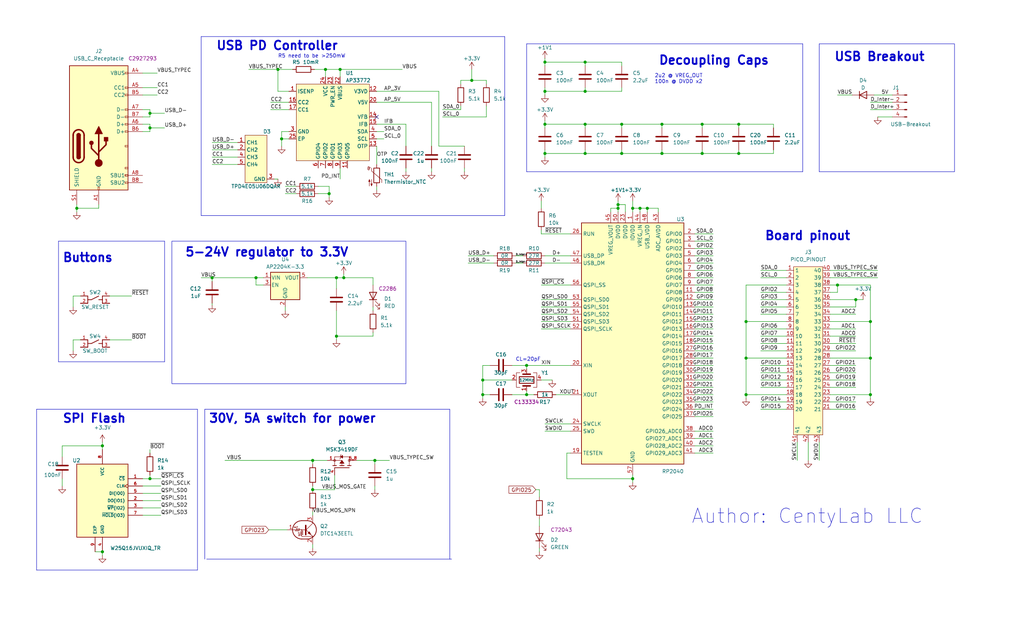
<source format=kicad_sch>
(kicad_sch (version 20230121) (generator eeschema)
  (paper "USLegal")
  (title_block (title "PicoPD") (rev "1.0") (company "CentyVin"))
  (junction (at 259.08 111.76))
  (junction (at 73.66 96.52))
  (junction (at 96.52 24.13))
  (junction (at 219.71 166.37))
  (junction (at 203.2 31.75))
  (junction (at 203.2 21.59))
  (junction (at 215.9 43.18))
  (junction (at 243.84 43.18))
  (junction (at 203.2 43.18))
  (junction (at 108.585 160.02))
  (junction (at 214.63 72.39))
  (junction (at 290.83 99.06))
  (junction (at 116.84 116.84))
  (junction (at 116.84 96.52))
  (junction (at 189.23 31.75))
  (junction (at 229.87 43.18))
  (junction (at 35.56 154.94))
  (junction (at 259.08 137.16))
  (junction (at 256.54 53.34))
  (junction (at 52.07 44.45))
  (junction (at 297.18 104.14))
  (junction (at 256.54 43.18))
  (junction (at 97.79 48.26))
  (junction (at 119.38 96.52))
  (junction (at 118.11 24.13))
  (junction (at 222.25 72.39))
  (junction (at 302.26 111.76))
  (junction (at 163.83 27.94))
  (junction (at 182.88 127))
  (junction (at 189.23 43.18))
  (junction (at 214.63 71.12))
  (junction (at 229.87 53.34))
  (junction (at 52.07 166.37))
  (junction (at 302.26 124.46))
  (junction (at 259.08 124.46))
  (junction (at 88.9 96.52))
  (junction (at 52.07 39.37))
  (junction (at 302.26 137.16))
  (junction (at 189.23 21.59))
  (junction (at 182.88 137.16))
  (junction (at 203.2 53.34))
  (junction (at 108.585 170.18))
  (junction (at 113.03 24.13))
  (junction (at 114.3 67.31))
  (junction (at 243.84 53.34))
  (junction (at 167.64 132.08))
  (junction (at 35.56 191.77))
  (junction (at 189.23 53.34))
  (junction (at 215.9 53.34))
  (junction (at 167.64 137.16))
  (junction (at 219.71 72.39))
  (junction (at 130.175 160.02))
  (junction (at 224.79 72.39))
  (junction (at 26.67 72.39))
  (no_connect (at 130.81 40.64))
  (wire (pts (xy 302.26 124.46) (xy 302.26 111.76)))
  (wire (pts (xy 259.08 124.46) (xy 273.05 124.46)))
  (wire (pts (xy 241.3 114.3) (xy 247.65 114.3)))
  (wire (pts (xy 241.3 154.94) (xy 247.65 154.94)))
  (wire (pts (xy 219.71 69.85) (xy 219.71 72.39)))
  (wire (pts (xy 198.12 157.48) (xy 196.85 157.48)))
  (polyline (pts (xy 69.85 12.7) (xy 69.85 74.93)))
  (wire (pts (xy 256.54 43.18) (xy 256.54 44.45)))
  (wire (pts (xy 182.88 137.16) (xy 185.42 137.16)))
  (wire (pts (xy 241.3 81.28) (xy 247.65 81.28)))
  (wire (pts (xy 116.205 165.1) (xy 116.205 170.18)))
  (wire (pts (xy 187.325 180.34) (xy 187.325 182.88)))
  (wire (pts (xy 167.64 137.16) (xy 167.64 138.43)))
  (polyline (pts (xy 156.845 194.31) (xy 71.755 194.31)))
  (wire (pts (xy 259.08 137.16) (xy 273.05 137.16)))
  (wire (pts (xy 189.23 53.34) (xy 189.23 54.61)))
  (wire (pts (xy 268.605 53.34) (xy 268.605 52.07)))
  (wire (pts (xy 241.3 86.36) (xy 247.65 86.36)))
  (polyline (pts (xy 175.26 12.7) (xy 175.26 74.93)))
  (wire (pts (xy 189.23 43.18) (xy 189.23 44.45)))
  (wire (pts (xy 97.79 48.26) (xy 100.33 48.26)))
  (wire (pts (xy 189.23 31.75) (xy 189.23 33.02)))
  (wire (pts (xy 25.4 102.87) (xy 25.4 106.68)))
  (wire (pts (xy 35.56 153.67) (xy 35.56 154.94)))
  (polyline (pts (xy 278.765 59.69) (xy 182.88 59.69)))
  (wire (pts (xy 116.84 116.84) (xy 116.84 107.95)))
  (wire (pts (xy 187.96 114.3) (xy 198.12 114.3)))
  (wire (pts (xy 69.85 96.52) (xy 73.66 96.52)))
  (wire (pts (xy 217.17 71.12) (xy 214.63 71.12)))
  (wire (pts (xy 187.325 190.5) (xy 187.325 191.77)))
  (wire (pts (xy 113.03 24.13) (xy 118.11 24.13)))
  (wire (pts (xy 229.87 52.07) (xy 229.87 53.34)))
  (wire (pts (xy 130.81 43.18) (xy 140.97 43.18)))
  (wire (pts (xy 93.345 184.15) (xy 99.695 184.15)))
  (wire (pts (xy 99.06 67.31) (xy 102.87 67.31)))
  (wire (pts (xy 25.4 118.11) (xy 25.4 121.92)))
  (wire (pts (xy 182.88 135.89) (xy 182.88 137.16)))
  (wire (pts (xy 187.96 106.68) (xy 198.12 106.68)))
  (wire (pts (xy 196.85 166.37) (xy 219.71 166.37)))
  (wire (pts (xy 229.87 53.34) (xy 243.84 53.34)))
  (wire (pts (xy 288.29 109.22) (xy 297.18 109.22)))
  (wire (pts (xy 108.585 189.23) (xy 108.585 190.5)))
  (wire (pts (xy 130.175 160.02) (xy 135.255 160.02)))
  (wire (pts (xy 264.16 104.14) (xy 273.05 104.14)))
  (wire (pts (xy 49.53 43.18) (xy 52.07 43.18)))
  (wire (pts (xy 52.07 44.45) (xy 57.15 44.45)))
  (wire (pts (xy 73.66 96.52) (xy 73.66 97.79)))
  (wire (pts (xy 203.2 52.07) (xy 203.2 53.34)))
  (wire (pts (xy 99.06 64.77) (xy 102.87 64.77)))
  (wire (pts (xy 38.1 118.11) (xy 45.72 118.11)))
  (wire (pts (xy 130.81 45.72) (xy 133.35 45.72)))
  (wire (pts (xy 264.16 116.84) (xy 273.05 116.84)))
  (wire (pts (xy 241.3 134.62) (xy 247.65 134.62)))
  (wire (pts (xy 214.63 72.39) (xy 214.63 73.66)))
  (wire (pts (xy 241.3 83.82) (xy 247.65 83.82)))
  (wire (pts (xy 243.84 52.07) (xy 243.84 53.34)))
  (wire (pts (xy 290.83 33.02) (xy 295.91 33.02)))
  (wire (pts (xy 49.53 179.07) (xy 55.88 179.07)))
  (wire (pts (xy 203.2 21.59) (xy 203.2 22.86)))
  (polyline (pts (xy 12.7 142.24) (xy 12.7 198.12)))
  (wire (pts (xy 168.91 36.83) (xy 168.91 40.64)))
  (wire (pts (xy 108.585 160.02) (xy 113.665 160.02)))
  (wire (pts (xy 302.26 111.76) (xy 302.26 99.06)))
  (wire (pts (xy 241.3 149.86) (xy 247.65 149.86)))
  (wire (pts (xy 93.98 35.56) (xy 100.33 35.56)))
  (wire (pts (xy 49.53 168.91) (xy 55.88 168.91)))
  (wire (pts (xy 259.08 124.46) (xy 259.08 137.16)))
  (wire (pts (xy 116.84 96.52) (xy 119.38 96.52)))
  (wire (pts (xy 256.54 43.18) (xy 268.605 43.18)))
  (wire (pts (xy 96.52 31.75) (xy 96.52 24.13)))
  (wire (pts (xy 73.66 54.61) (xy 82.55 54.61)))
  (wire (pts (xy 241.3 91.44) (xy 247.65 91.44)))
  (wire (pts (xy 163.83 24.13) (xy 163.83 27.94)))
  (polyline (pts (xy 175.26 74.93) (xy 69.85 74.93)))
  (wire (pts (xy 288.29 121.92) (xy 297.18 121.92)))
  (wire (pts (xy 167.64 132.08) (xy 167.64 137.16)))
  (wire (pts (xy 88.9 96.52) (xy 88.9 99.06)))
  (wire (pts (xy 288.29 139.7) (xy 297.18 139.7)))
  (wire (pts (xy 140.97 43.18) (xy 140.97 50.8)))
  (wire (pts (xy 52.07 39.37) (xy 52.07 40.64)))
  (wire (pts (xy 162.56 91.44) (xy 171.45 91.44)))
  (wire (pts (xy 119.38 95.25) (xy 119.38 96.52)))
  (wire (pts (xy 49.53 171.45) (xy 55.88 171.45)))
  (wire (pts (xy 189.23 20.32) (xy 189.23 21.59)))
  (wire (pts (xy 264.16 114.3) (xy 273.05 114.3)))
  (wire (pts (xy 241.3 121.92) (xy 247.65 121.92)))
  (wire (pts (xy 97.79 45.72) (xy 100.33 45.72)))
  (wire (pts (xy 222.25 72.39) (xy 222.25 73.66)))
  (polyline (pts (xy 156.21 142.24) (xy 156.21 194.31)))
  (wire (pts (xy 99.06 106.68) (xy 99.06 107.95)))
  (wire (pts (xy 212.09 72.39) (xy 214.63 72.39)))
  (wire (pts (xy 241.3 139.7) (xy 247.65 139.7)))
  (wire (pts (xy 130.175 160.02) (xy 130.175 161.29)))
  (wire (pts (xy 187.96 109.22) (xy 198.12 109.22)))
  (wire (pts (xy 303.53 33.02) (xy 309.88 33.02)))
  (wire (pts (xy 193.04 137.16) (xy 198.12 137.16)))
  (wire (pts (xy 187.96 81.28) (xy 198.12 81.28)))
  (wire (pts (xy 203.2 43.18) (xy 215.9 43.18)))
  (wire (pts (xy 149.86 35.56) (xy 149.86 50.8)))
  (wire (pts (xy 264.16 142.24) (xy 273.05 142.24)))
  (wire (pts (xy 21.59 166.37) (xy 21.59 168.91)))
  (wire (pts (xy 167.64 132.08) (xy 177.8 132.08)))
  (wire (pts (xy 153.67 38.1) (xy 160.02 38.1)))
  (wire (pts (xy 228.6 72.39) (xy 228.6 73.66)))
  (wire (pts (xy 288.29 99.06) (xy 290.83 99.06)))
  (wire (pts (xy 130.81 64.77) (xy 130.81 66.04)))
  (wire (pts (xy 93.98 38.1) (xy 100.33 38.1)))
  (wire (pts (xy 217.17 73.66) (xy 217.17 71.12)))
  (wire (pts (xy 100.33 31.75) (xy 96.52 31.75)))
  (wire (pts (xy 212.09 73.66) (xy 212.09 72.39)))
  (wire (pts (xy 241.3 109.22) (xy 247.65 109.22)))
  (wire (pts (xy 288.29 104.14) (xy 297.18 104.14)))
  (wire (pts (xy 241.3 99.06) (xy 247.65 99.06)))
  (wire (pts (xy 91.44 99.06) (xy 88.9 99.06)))
  (wire (pts (xy 288.29 127) (xy 297.18 127)))
  (wire (pts (xy 86.36 24.13) (xy 96.52 24.13)))
  (wire (pts (xy 189.23 30.48) (xy 189.23 31.75)))
  (wire (pts (xy 215.9 43.18) (xy 229.87 43.18)))
  (wire (pts (xy 229.87 43.18) (xy 243.84 43.18)))
  (wire (pts (xy 129.54 106.68) (xy 129.54 107.95)))
  (wire (pts (xy 186.055 170.18) (xy 187.325 170.18)))
  (wire (pts (xy 130.175 168.91) (xy 130.175 170.18)))
  (wire (pts (xy 21.59 158.75) (xy 21.59 154.94)))
  (wire (pts (xy 241.3 142.24) (xy 247.65 142.24)))
  (wire (pts (xy 215.9 53.34) (xy 229.87 53.34)))
  (wire (pts (xy 118.11 24.13) (xy 118.11 26.67)))
  (wire (pts (xy 110.49 64.77) (xy 114.3 64.77)))
  (wire (pts (xy 241.3 157.48) (xy 247.65 157.48)))
  (wire (pts (xy 95.25 62.23) (xy 96.52 62.23)))
  (wire (pts (xy 241.3 116.84) (xy 247.65 116.84)))
  (polyline (pts (xy 71.12 142.24) (xy 156.21 142.24)))
  (wire (pts (xy 35.56 191.77) (xy 35.56 193.04)))
  (wire (pts (xy 167.64 127) (xy 170.18 127)))
  (wire (pts (xy 196.85 157.48) (xy 196.85 166.37)))
  (wire (pts (xy 52.07 38.1) (xy 52.07 39.37)))
  (wire (pts (xy 290.83 99.06) (xy 290.83 101.6)))
  (wire (pts (xy 49.53 38.1) (xy 52.07 38.1)))
  (wire (pts (xy 38.1 102.87) (xy 45.72 102.87)))
  (wire (pts (xy 241.3 152.4) (xy 247.65 152.4)))
  (wire (pts (xy 73.66 49.53) (xy 82.55 49.53)))
  (wire (pts (xy 264.16 101.6) (xy 273.05 101.6)))
  (wire (pts (xy 264.16 119.38) (xy 273.05 119.38)))
  (wire (pts (xy 118.11 24.13) (xy 139.7 24.13)))
  (wire (pts (xy 49.53 176.53) (xy 55.88 176.53)))
  (wire (pts (xy 182.88 128.27) (xy 182.88 127)))
  (wire (pts (xy 264.16 139.7) (xy 273.05 139.7)))
  (wire (pts (xy 97.79 48.26) (xy 97.79 50.8)))
  (wire (pts (xy 264.16 129.54) (xy 273.05 129.54)))
  (wire (pts (xy 229.87 43.18) (xy 229.87 44.45)))
  (wire (pts (xy 264.16 132.08) (xy 273.05 132.08)))
  (wire (pts (xy 288.29 106.68) (xy 297.18 106.68)))
  (wire (pts (xy 129.54 96.52) (xy 129.54 99.06)))
  (wire (pts (xy 88.9 96.52) (xy 91.44 96.52)))
  (wire (pts (xy 241.3 111.76) (xy 247.65 111.76)))
  (wire (pts (xy 52.07 43.18) (xy 52.07 44.45)))
  (wire (pts (xy 49.53 40.64) (xy 52.07 40.64)))
  (wire (pts (xy 288.29 137.16) (xy 302.26 137.16)))
  (wire (pts (xy 241.3 137.16) (xy 247.65 137.16)))
  (wire (pts (xy 116.205 170.18) (xy 108.585 170.18)))
  (wire (pts (xy 49.53 45.72) (xy 52.07 45.72)))
  (wire (pts (xy 304.8 40.64) (xy 309.88 40.64)))
  (wire (pts (xy 161.29 58.42) (xy 161.29 59.69)))
  (wire (pts (xy 243.84 53.34) (xy 256.54 53.34)))
  (wire (pts (xy 215.9 52.07) (xy 215.9 53.34)))
  (wire (pts (xy 96.52 24.13) (xy 101.6 24.13)))
  (wire (pts (xy 130.81 35.56) (xy 149.86 35.56)))
  (wire (pts (xy 219.71 72.39) (xy 222.25 72.39)))
  (wire (pts (xy 241.3 88.9) (xy 247.65 88.9)))
  (wire (pts (xy 288.29 101.6) (xy 290.83 101.6)))
  (wire (pts (xy 215.9 30.48) (xy 215.9 31.75)))
  (wire (pts (xy 259.08 111.76) (xy 259.08 124.46)))
  (wire (pts (xy 280.67 153.67) (xy 280.67 160.02)))
  (wire (pts (xy 215.9 43.18) (xy 215.9 44.45)))
  (wire (pts (xy 219.71 72.39) (xy 219.71 73.66)))
  (wire (pts (xy 264.16 121.92) (xy 273.05 121.92)))
  (wire (pts (xy 268.605 43.18) (xy 268.605 44.45)))
  (wire (pts (xy 130.81 48.26) (xy 133.35 48.26)))
  (polyline (pts (xy 57.15 125.73) (xy 20.32 125.73)))
  (wire (pts (xy 163.83 27.94) (xy 168.91 27.94)))
  (wire (pts (xy 189.23 43.18) (xy 203.2 43.18)))
  (wire (pts (xy 130.81 50.8) (xy 130.81 57.15)))
  (wire (pts (xy 243.84 43.18) (xy 256.54 43.18)))
  (wire (pts (xy 297.18 104.14) (xy 297.18 106.68)))
  (wire (pts (xy 241.3 124.46) (xy 247.65 124.46)))
  (wire (pts (xy 187.96 69.85) (xy 187.96 72.39)))
  (wire (pts (xy 241.3 119.38) (xy 247.65 119.38)))
  (wire (pts (xy 152.4 50.8) (xy 161.29 50.8)))
  (wire (pts (xy 177.8 127) (xy 182.88 127)))
  (polyline (pts (xy 68.58 142.24) (xy 68.58 198.12)))
  (wire (pts (xy 73.66 52.07) (xy 82.55 52.07)))
  (wire (pts (xy 288.29 114.3) (xy 297.18 114.3)))
  (polyline (pts (xy 182.88 15.24) (xy 278.765 15.24)))
  (wire (pts (xy 177.8 137.16) (xy 182.88 137.16)))
  (wire (pts (xy 219.71 166.37) (xy 219.71 167.64)))
  (wire (pts (xy 203.2 31.75) (xy 215.9 31.75)))
  (wire (pts (xy 189.23 22.86) (xy 189.23 21.59)))
  (wire (pts (xy 256.54 53.34) (xy 268.605 53.34)))
  (wire (pts (xy 160.02 29.21) (xy 160.02 27.94)))
  (wire (pts (xy 110.49 67.31) (xy 114.3 67.31)))
  (wire (pts (xy 302.26 137.16) (xy 302.26 124.46)))
  (wire (pts (xy 35.56 154.94) (xy 35.56 156.21)))
  (wire (pts (xy 284.48 153.67) (xy 284.48 160.02)))
  (wire (pts (xy 290.83 99.06) (xy 302.26 99.06)))
  (wire (pts (xy 34.29 72.39) (xy 34.29 71.12)))
  (wire (pts (xy 49.53 173.99) (xy 55.88 173.99)))
  (wire (pts (xy 78.105 160.02) (xy 108.585 160.02)))
  (wire (pts (xy 189.23 52.07) (xy 189.23 53.34)))
  (wire (pts (xy 116.84 100.33) (xy 116.84 96.52)))
  (polyline (pts (xy 71.12 142.24) (xy 71.12 194.31)))
  (wire (pts (xy 259.08 137.16) (xy 259.08 138.43)))
  (wire (pts (xy 241.3 144.78) (xy 247.65 144.78)))
  (wire (pts (xy 182.88 127) (xy 198.12 127)))
  (wire (pts (xy 187.96 81.28) (xy 187.96 80.01)))
  (wire (pts (xy 203.2 21.59) (xy 215.9 21.59)))
  (wire (pts (xy 222.25 72.39) (xy 224.79 72.39)))
  (wire (pts (xy 214.63 71.12) (xy 214.63 72.39)))
  (wire (pts (xy 288.29 111.76) (xy 302.26 111.76)))
  (polyline (pts (xy 69.85 12.7) (xy 175.26 12.7)))
  (wire (pts (xy 288.29 129.54) (xy 297.18 129.54)))
  (wire (pts (xy 27.94 102.87) (xy 25.4 102.87)))
  (wire (pts (xy 97.79 45.72) (xy 97.79 48.26)))
  (wire (pts (xy 241.3 93.98) (xy 247.65 93.98)))
  (wire (pts (xy 241.3 106.68) (xy 247.65 106.68)))
  (wire (pts (xy 259.08 99.06) (xy 273.05 99.06)))
  (wire (pts (xy 224.79 72.39) (xy 224.79 73.66)))
  (wire (pts (xy 26.67 72.39) (xy 26.67 73.66)))
  (wire (pts (xy 118.11 58.42) (xy 118.11 62.23)))
  (wire (pts (xy 152.4 31.75) (xy 152.4 50.8)))
  (wire (pts (xy 113.03 26.67) (xy 113.03 24.13)))
  (wire (pts (xy 21.59 154.94) (xy 35.56 154.94)))
  (polyline (pts (xy 68.58 198.12) (xy 12.7 198.12)))
  (wire (pts (xy 241.3 104.14) (xy 247.65 104.14)))
  (wire (pts (xy 189.23 53.34) (xy 203.2 53.34)))
  (wire (pts (xy 168.91 27.94) (xy 168.91 29.21)))
  (wire (pts (xy 189.23 91.44) (xy 198.12 91.44)))
  (polyline (pts (xy 57.15 83.82) (xy 57.15 125.73)))
  (wire (pts (xy 241.3 101.6) (xy 247.65 101.6)))
  (wire (pts (xy 123.825 160.02) (xy 130.175 160.02)))
  (wire (pts (xy 129.54 115.57) (xy 129.54 116.84)))
  (wire (pts (xy 187.96 132.08) (xy 191.77 132.08)))
  (wire (pts (xy 140.97 58.42) (xy 140.97 59.69)))
  (wire (pts (xy 203.2 30.48) (xy 203.2 31.75)))
  (wire (pts (xy 49.53 33.02) (xy 54.61 33.02)))
  (wire (pts (xy 189.23 21.59) (xy 203.2 21.59)))
  (wire (pts (xy 288.29 93.98) (xy 304.8 93.98)))
  (wire (pts (xy 264.16 106.68) (xy 273.05 106.68)))
  (wire (pts (xy 302.26 138.43) (xy 302.26 137.16)))
  (wire (pts (xy 302.26 35.56) (xy 309.88 35.56)))
  (wire (pts (xy 162.56 88.9) (xy 171.45 88.9)))
  (wire (pts (xy 33.02 191.77) (xy 35.56 191.77)))
  (wire (pts (xy 243.84 43.18) (xy 243.84 44.45)))
  (polyline (pts (xy 278.765 15.24) (xy 278.765 59.69)))
  (wire (pts (xy 241.3 96.52) (xy 247.65 96.52)))
  (wire (pts (xy 49.53 30.48) (xy 54.61 30.48)))
  (wire (pts (xy 189.23 41.91) (xy 189.23 43.18)))
  (wire (pts (xy 179.07 88.9) (xy 181.61 88.9)))
  (wire (pts (xy 130.81 31.75) (xy 152.4 31.75)))
  (wire (pts (xy 108.585 177.8) (xy 108.585 179.07)))
  (wire (pts (xy 52.07 157.48) (xy 52.07 156.21)))
  (wire (pts (xy 189.23 147.32) (xy 198.12 147.32)))
  (wire (pts (xy 259.08 111.76) (xy 273.05 111.76)))
  (wire (pts (xy 219.71 165.1) (xy 219.71 166.37)))
  (wire (pts (xy 167.64 137.16) (xy 170.18 137.16)))
  (wire (pts (xy 288.29 132.08) (xy 297.18 132.08)))
  (wire (pts (xy 264.16 127) (xy 273.05 127)))
  (wire (pts (xy 302.26 38.1) (xy 309.88 38.1)))
  (wire (pts (xy 49.53 166.37) (xy 52.07 166.37)))
  (wire (pts (xy 187.96 111.76) (xy 198.12 111.76)))
  (wire (pts (xy 106.68 96.52) (xy 116.84 96.52)))
  (wire (pts (xy 52.07 44.45) (xy 52.07 45.72)))
  (wire (pts (xy 52.07 165.1) (xy 52.07 166.37)))
  (wire (pts (xy 73.66 57.15) (xy 82.55 57.15)))
  (wire (pts (xy 241.3 129.54) (xy 247.65 129.54)))
  (wire (pts (xy 288.29 134.62) (xy 297.18 134.62)))
  (wire (pts (xy 116.84 116.84) (xy 116.84 118.11)))
  (wire (pts (xy 187.96 99.06) (xy 198.12 99.06)))
  (wire (pts (xy 153.67 40.64) (xy 168.91 40.64)))
  (wire (pts (xy 26.67 72.39) (xy 34.29 72.39)))
  (polyline (pts (xy 182.88 15.24) (xy 182.88 59.69)))
  (wire (pts (xy 116.84 116.84) (xy 129.54 116.84)))
  (wire (pts (xy 179.07 91.44) (xy 181.61 91.44)))
  (wire (pts (xy 189.23 88.9) (xy 198.12 88.9)))
  (wire (pts (xy 167.64 132.08) (xy 167.64 127)))
  (wire (pts (xy 189.23 149.86) (xy 198.12 149.86)))
  (wire (pts (xy 27.94 118.11) (xy 25.4 118.11)))
  (wire (pts (xy 241.3 132.08) (xy 247.65 132.08)))
  (wire (pts (xy 73.66 105.41) (xy 73.66 106.045)))
  (wire (pts (xy 189.23 31.75) (xy 203.2 31.75)))
  (wire (pts (xy 49.53 25.4) (xy 54.61 25.4)))
  (wire (pts (xy 109.22 24.13) (xy 113.03 24.13)))
  (wire (pts (xy 264.16 93.98) (xy 273.05 93.98)))
  (wire (pts (xy 187.96 104.14) (xy 198.12 104.14)))
  (wire (pts (xy 288.29 96.52) (xy 304.8 96.52)))
  (wire (pts (xy 297.18 104.14) (xy 299.72 104.14)))
  (wire (pts (xy 241.3 127) (xy 247.65 127)))
  (wire (pts (xy 26.67 71.12) (xy 26.67 72.39)))
  (wire (pts (xy 203.2 43.18) (xy 203.2 44.45)))
  (wire (pts (xy 214.63 69.85) (xy 214.63 71.12)))
  (wire (pts (xy 149.86 58.42) (xy 149.86 59.69)))
  (wire (pts (xy 264.16 109.22) (xy 273.05 109.22)))
  (wire (pts (xy 215.9 21.59) (xy 215.9 22.86)))
  (wire (pts (xy 160.02 38.1) (xy 160.02 36.83)))
  (polyline (pts (xy 12.7 142.24) (xy 68.58 142.24)))
  (wire (pts (xy 288.29 142.24) (xy 297.18 142.24)))
  (wire (pts (xy 114.3 67.31) (xy 114.3 68.58)))
  (wire (pts (xy 108.585 168.91) (xy 108.585 170.18)))
  (wire (pts (xy 288.29 116.84) (xy 297.18 116.84)))
  (wire (pts (xy 119.38 96.52) (xy 129.54 96.52)))
  (wire (pts (xy 114.3 64.77) (xy 114.3 67.31)))
  (polyline (pts (xy 20.32 83.82) (xy 57.15 83.82)))
  (wire (pts (xy 52.07 166.37) (xy 55.88 166.37)))
  (wire (pts (xy 108.585 161.29) (xy 108.585 160.02)))
  (wire (pts (xy 259.08 99.06) (xy 259.08 111.76)))
  (wire (pts (xy 276.86 153.67) (xy 276.86 160.02)))
  (wire (pts (xy 264.16 96.52) (xy 273.05 96.52)))
  (wire (pts (xy 264.16 134.62) (xy 273.05 134.62)))
  (wire (pts (xy 203.2 53.34) (xy 215.9 53.34)))
  (wire (pts (xy 187.325 170.18) (xy 187.325 172.72)))
  (wire (pts (xy 288.29 124.46) (xy 302.26 124.46)))
  (wire (pts (xy 73.66 96.52) (xy 88.9 96.52)))
  (polyline (pts (xy 20.32 83.82) (xy 20.32 125.73)))
  (wire (pts (xy 256.54 52.07) (xy 256.54 53.34)))
  (wire (pts (xy 52.07 39.37) (xy 57.15 39.37)))
  (wire (pts (xy 288.29 119.38) (xy 297.18 119.38)))
  (wire (pts (xy 160.02 27.94) (xy 163.83 27.94)))
  (wire (pts (xy 224.79 72.39) (xy 228.6 72.39)))
  (rectangle (start 284.48 15.24) (end 331.47 59.69))
  (rectangle (start 59.69 83.82) (end 140.97 133.35))
  (text "USB PD Controller\n" (at 74.93 17.78 0) (effects (font (size 3 3) (thickness 0.6) bold) (justify left bottom)))
  (text "2u2 @ VREG_OUT\n100n @ DVDD x2" (at 227.33 29.21 0) (effects (font (size 1.27 1.27)) (justify left bottom)))
  (text "30V, 5A switch for power" (at 72.39 147.32 0) (effects (font (size 3 3) (thickness 0.6) bold) (justify left bottom)))
  (text "USB Breakout" (at 289.56 21.59 0) (effects (font (size 3 3) (thickness 0.6) bold) (justify left bottom)))
  (text "CL=20pF\n" (at 179.07 125.73 0) (effects (font (size 1.27 1.27)) (justify left bottom)))
  (text "Author: CentyLab LLC\n\n" (at 240.03 190.5 0) (effects (font (size 5 5)) (justify left bottom)))
  (text "Buttons\n" (at 21.59 91.44 0) (effects (font (size 3 3) (thickness 0.6) bold) (justify left bottom)))
  (text "Decoupling Caps" (at 228.6 22.86 0) (effects (font (size 3 3) (thickness 0.6) bold) (justify left bottom)))
  (text "5-24V regulator to 3.3V" (at 64.135 89.535 0) (effects (font (size 3 3) (thickness 0.6) bold) (justify left bottom)))
  (text "SPI Flash\n" (at 21.59 147.32 0) (effects (font (size 3 3) (thickness 0.6) bold) (justify left bottom)))
  (text "Board pinout" (at 265.43 83.82 0) (effects (font (size 3 3) (thickness 0.6) bold) (justify left bottom)))
  (text "R5 need to be >250mW" (at 96.52 20.32 0) (effects (font (size 1.27 1.27)) (justify left bottom)))
  (label "USB_D+" (at 73.66 52.07 0))
  (label "CC2" (at 73.66 57.15 0))
  (label "GPIO20" (at 297.18 129.54 180))
  (label "GPIO23" (at 247.65 139.7 180))
  (label "SCL_0" (at 153.67 40.64 0))
  (label "SDA_0" (at 247.65 81.28 180))
  (label "GPIO6" (at 264.16 114.3 0))
  (label "VBUS" (at 78.74 160.02 0))
  (label "VBUS_MOS_GATE" (at 111.76 170.18 0))
  (label "QSPI_SD1" (at 187.96 106.68 0))
  (label "GPIO21" (at 247.65 134.62 180))
  (label "GPIO9" (at 247.65 104.14 180))
  (label "USB_D-" (at 73.66 49.53 0))
  (label "ADC3" (at 247.65 157.48 180))
  (label "OTP" (at 130.81 54.61 0))
  (label "GPIO12" (at 247.65 111.76 180))
  (label "GPIO13" (at 264.16 134.62 0))
  (label "QSPI_SD2" (at 55.88 176.53 0))
  (label "GPIO11" (at 264.16 129.54 0))
  (label "SWDIO" (at 189.23 149.86 0))
  (label "D_Inter-" (at 302.26 35.56 0))
  (label "GPIO17" (at 247.65 124.46 180))
  (label "GPIO8" (at 247.65 101.6 180))
  (label "PD_INT" (at 247.65 142.24 180))
  (label "QSPI_SCLK" (at 187.96 114.3 0))
  (label "CC1" (at 54.61 30.48 0))
  (label "SWCLK" (at 189.23 147.32 0))
  (label "ADC2" (at 297.18 109.22 180))
  (label "D_Inter+" (at 302.26 38.1 0))
  (label "~{QSPI_CS}" (at 187.96 99.06 0))
  (label "~{BOOT}" (at 45.72 118.11 0))
  (label "D_Inter-" (at 179.07 91.44 0) (effects (font (size 0.6 0.6))))
  (label "D-" (at 191.77 91.44 0))
  (label "GPIO4" (at 247.65 91.44 180))
  (label "VBUS_TYPEC_SW" (at 304.8 93.98 180))
  (label "GPIO13" (at 247.65 114.3 180))
  (label "GPIO4" (at 264.16 106.68 0))
  (label "GPIO22" (at 297.18 121.92 180))
  (label "GPIO14" (at 264.16 139.7 0))
  (label "GPIO18" (at 297.18 134.62 180))
  (label "SCL_0" (at 247.65 83.82 180))
  (label "D_Inter+" (at 179.07 88.9 0) (effects (font (size 0.6 0.6))))
  (label "VBUS_TYPEC_SW" (at 135.255 160.02 0))
  (label "GPIO16" (at 297.18 142.24 180))
  (label "GPIO7" (at 247.65 99.06 180))
  (label "GPIO21" (at 297.18 127 180))
  (label "SCL_0" (at 133.35 48.26 0))
  (label "GPIO11" (at 247.65 109.22 180))
  (label "GPIO8" (at 264.16 119.38 0))
  (label "~{BOOT}" (at 52.07 156.21 0))
  (label "GPIO15" (at 247.65 119.38 180))
  (label "GPIO3" (at 247.65 88.9 180))
  (label "VBUS" (at 290.83 33.02 0))
  (label "QSPI_SCLK" (at 55.88 168.91 0))
  (label "ADC1" (at 297.18 114.3 180))
  (label "GPIO2" (at 264.16 101.6 0))
  (label "CC1" (at 93.98 38.1 0))
  (label "VBUS" (at 69.85 96.52 0))
  (label "VBUS_TYPEC_SW" (at 304.8 96.52 180))
  (label "QSPI_SD3" (at 187.96 111.76 0))
  (label "GPIO25" (at 247.65 144.78 180))
  (label "QSPI_SD3" (at 55.88 179.07 0))
  (label "SCL_0" (at 264.16 96.52 0))
  (label "USB_D-" (at 57.15 39.37 0))
  (label "GPIO12" (at 264.16 132.08 0))
  (label "GPIO7" (at 264.16 116.84 0))
  (label "GPIO19" (at 297.18 132.08 180))
  (label "VBUS_TYPEC" (at 86.36 24.13 0))
  (label "GPIO17" (at 297.18 139.7 180))
  (label "GPIO16" (at 247.65 121.92 180))
  (label "AP_3V" (at 133.35 31.75 0))
  (label "XOUT" (at 194.31 137.16 0))
  (label "CC1" (at 99.06 64.77 0))
  (label "GPIO18" (at 247.65 127 180))
  (label "GPIO3" (at 264.16 104.14 0))
  (label "SWDIO" (at 284.48 160.02 90))
  (label "GPIO9" (at 264.16 121.92 0))
  (label "ADC2" (at 247.65 154.94 180))
  (label "GPIO10" (at 247.65 106.68 180))
  (label "SWCLK" (at 276.86 160.02 90))
  (label "GPIO5" (at 264.16 109.22 0))
  (label "ADC1" (at 247.65 152.4 180))
  (label "SDA_0" (at 133.35 45.72 0))
  (label "PD_INT" (at 118.11 62.23 180))
  (label "5V" (at 306.07 33.02 0))
  (label "GPIO10" (at 264.16 127 0))
  (label "QSPI_SD2" (at 187.96 109.22 0))
  (label "QSPI_SD0" (at 187.96 104.14 0))
  (label "GPIO2" (at 247.65 86.36 180))
  (label "GPIO20" (at 247.65 132.08 180))
  (label "GPIO19" (at 247.65 129.54 180))
  (label "AP_5V" (at 133.35 35.56 0))
  (label "~{RESET}" (at 297.18 119.38 180))
  (label "USB_D-" (at 162.56 91.44 0))
  (label "IFB" (at 133.35 43.18 0))
  (label "CC2" (at 93.98 35.56 0))
  (label "QSPI_SD0" (at 55.88 171.45 0))
  (label "D+" (at 191.77 88.9 0))
  (label "VBUS_TYPEC" (at 54.61 25.4 0))
  (label "ADC0" (at 247.65 149.86 180))
  (label "CC1" (at 73.66 54.61 0))
  (label "~{QSPI_CS}" (at 55.88 166.37 0))
  (label "ADC0" (at 297.18 116.84 180))
  (label "QSPI_SD1" (at 55.88 173.99 0))
  (label "GPIO15" (at 264.16 142.24 0))
  (label "GPIO6" (at 247.65 96.52 180))
  (label "~{RESET}" (at 189.23 81.28 0))
  (label "~{RESET}" (at 45.72 102.87 0))
  (label "GPIO5" (at 247.65 93.98 180))
  (label "SDA_0" (at 153.67 38.1 0))
  (label "CC2" (at 99.06 67.31 0))
  (label "USB_D+" (at 57.15 44.45 0))
  (label "SDA_0" (at 264.16 93.98 0))
  (label "USB_D+" (at 162.56 88.9 0))
  (label "XIN" (at 187.96 127 0))
  (label "CC2" (at 54.61 33.02 0))
  (label "VBUS_MOS_NPN" (at 108.585 178.435 0))
  (label "VBUS" (at 139.7 24.13 0))
  (label "GPIO22" (at 247.65 137.16 180))
  (label "GPIO14" (at 247.65 116.84 180))
  (global_label "GPIO23" (shape input) (at 93.345 184.15 180) (property "Intersheetrefs" "${INTERSHEET_REFS}" (effects hide)))
  (global_label "GPIO25" (shape input) (at 186.055 170.18 180) (property "Intersheetrefs" "${INTERSHEET_REFS}" (effects hide)))
  (symbol (lib_id "power:GND") (at 116.84 118.11 0) (unit 1)
    (property "Reference" "#PWR0107" (effects hide))
    (property "Value" "GND" (effects hide))
  )
  (symbol (lib_id "power:GND") (at 35.56 193.04 0) (unit 1)
    (property "Reference" "#PWR011" (effects hide))
    (property "Value" "GND" (effects hide))
  )
  (symbol (lib_id "Device:D") (at 299.72 33.02 0) (unit 1)
    (property "Reference" "D4" (at 299.72 27.94 0))
    (property "Value" "D" (at 299.72 30.48 0))
    (property "Footprint" "Diode_SMD:D_SOD-123" (effects hide))
    (property "Sim.Device" "D" (effects hide))
    (property "Sim.Pins" "1=K 2=A" (effects hide))
    (property "LCSC" "C8598" (effects hide))
  )
  (symbol (lib_id "Device:C") (at 189.23 48.26 0) (unit 1)
    (property "Reference" "C6" (at 193.04 46.9899 0) (effects (justify left)))
    (property "Value" "100nF" (at 193.04 49.5299 0) (effects (justify left)))
    (property "Footprint" "Capacitor_SMD:C_0402_1005Metric" (effects hide))
    (property "LCSC" "C1525" (effects hide))
  )
  (symbol (lib_id "power:GND") (at 219.71 167.64 0) (unit 1)
    (property "Reference" "#PWR0116" (effects hide))
    (property "Value" "GND" (effects hide))
  )
  (symbol (lib_id "power:GND") (at 280.67 160.02 0) (unit 1)
    (property "Reference" "#PWR0117" (effects hide))
    (property "Value" "GND" (effects hide))
  )
  (symbol (lib_id "Connector:USB_C_Receptacle") (at 34.29 50.8 0) (unit 1)
    (property "Reference" "J2" (at 34.29 17.78 0))
    (property "Value" "USB_C_Receptacle" (at 34.29 20.32 0))
    (property "Footprint" "USB_C_YTC-TC16S-28:YTC-TC16S-28" (effects hide))
    (property "Datasheet" "https://www.usb.org/sites/default/files/documents/usb_type-c.zip" (effects hide))
    (property "LCSC" "C2927293" (at 49.53 20.32 0))
  )
  (symbol (lib_id "Device:C") (at 149.86 54.61 0) (mirror y) (unit 1)
    (property "Reference" "C22" (at 147.32 53.34 0) (effects (justify left)))
    (property "Value" "1u" (at 147.32 55.88 0) (effects (justify left)))
    (property "Footprint" "Capacitor_SMD:C_0603_1608Metric" (effects hide))
    (property "LCSC" "C15849" (effects hide))
  )
  (symbol (lib_id "power:GND") (at 167.64 138.43 0) (unit 1)
    (property "Reference" "#PWR0124" (effects hide))
    (property "Value" "GND" (effects hide))
  )
  (symbol (lib_id "Device:LED") (at 187.325 186.69 90) (unit 1)
    (property "Reference" "D2" (at 191.135 187.6425 90) (effects (justify right)))
    (property "Value" "GREEN" (at 191.135 190.1825 90) (effects (justify right)))
    (property "Footprint" "LED_SMD:LED_0603_1608Metric" (effects hide))
    (property "LCSC" "C72043" (at 194.945 184.15 90))
  )
  (symbol (lib_id "power:GND") (at 189.23 33.02 0) (unit 1)
    (property "Reference" "#PWR0129" (effects hide))
    (property "Value" "GND" (effects hide))
  )
  (symbol (lib_id "Device:Thermistor_NTC") (at 130.81 60.96 0) (unit 1)
    (property "Reference" "TH1" (at 133.35 60.6425 0) (effects (justify left)))
    (property "Value" "Thermistor_NTC" (at 133.35 63.1825 0) (effects (justify left)))
    (property "Footprint" "Resistor_SMD:R_0402_1005Metric" (effects hide))
    (property "LCSC" "C77131" (effects hide))
  )
  (symbol (lib_id "Device:R") (at 105.41 24.13 90) (unit 1)
    (property "Reference" "R5" (at 102.87 21.59 90))
    (property "Value" "10mR" (at 107.95 21.59 90))
    (property "Footprint" "Resistor_SMD:R_0805_2012Metric" (effects hide))
    (property "LCSC" "C728271" (effects hide))
  )
  (symbol (lib_id "Device:C") (at 203.2 48.26 0) (unit 1)
    (property "Reference" "C7" (at 207.01 46.9899 0) (effects (justify left)))
    (property "Value" "100nF" (at 207.01 49.5299 0) (effects (justify left)))
    (property "Footprint" "Capacitor_SMD:C_0402_1005Metric" (effects hide))
    (property "LCSC" "C1525" (effects hide))
  )
  (symbol (lib_id "power:GND") (at 97.79 50.8 0) (unit 1)
    (property "Reference" "#PWR08" (effects hide))
    (property "Value" "GND" (effects hide))
  )
  (symbol (lib_id "Device:R") (at 52.07 161.29 0) (unit 1)
    (property "Reference" "R14" (at 54.61 160.0199 0) (effects (justify left)))
    (property "Value" "1k" (at 54.61 162.5599 0) (effects (justify left)))
    (property "Footprint" "Resistor_SMD:R_0402_1005Metric" (effects hide))
    (property "LCSC" "C11702" (effects hide))
  )
  (symbol (lib_id "Device:C") (at 229.87 48.26 0) (unit 1)
    (property "Reference" "C9" (at 233.68 46.9899 0) (effects (justify left)))
    (property "Value" "100nF" (at 233.68 49.5299 0) (effects (justify left)))
    (property "Footprint" "Capacitor_SMD:C_0402_1005Metric" (effects hide))
    (property "LCSC" "C1525" (effects hide))
  )
  (symbol (lib_id "Device:C") (at 268.605 48.26 0) (unit 1)
    (property "Reference" "C11" (at 272.415 46.9899 0) (effects (justify left)))
    (property "Value" "2.2uF" (at 272.415 49.5299 0) (effects (justify left)))
    (property "Footprint" "Capacitor_SMD:C_0402_1005Metric" (effects hide))
    (property "LCSC" "C12530" (effects hide))
  )
  (symbol (lib_id "Device:C") (at 243.84 48.26 0) (unit 1)
    (property "Reference" "C10" (at 247.65 46.9899 0) (effects (justify left)))
    (property "Value" "100nF" (at 247.65 49.5299 0) (effects (justify left)))
    (property "Footprint" "Capacitor_SMD:C_0402_1005Metric" (effects hide))
    (property "LCSC" "C1525" (effects hide))
  )
  (symbol (lib_id "power:GND") (at 114.3 68.58 0) (unit 1)
    (property "Reference" "#PWR010" (effects hide))
    (property "Value" "GND" (effects hide))
  )
  (symbol (lib_id "AON7403:AON7403") (at 118.745 162.56 90) (unit 1)
    (property "Reference" "Q3" (at 118.745 153.67 90))
    (property "Value" "MSK3419DF" (at 118.745 156.21 90))
    (property "Footprint" "AON7403:TRANS_AON7403" (effects hide))
    (property "PARTREV" "G" (effects hide))
    (property "STANDARD" "Manufacturer Recommendations" (effects hide))
    (property "MAXIMUM_PACKAGE_HEIGHT" "0.9 mm" (effects hide))
    (property "LCSC" "C2902915" (effects hide))
    (property "JLCPCB Rotation Offset" "-90" (effects hide))
  )
  (symbol (lib_id "power:+3.3V") (at 163.83 24.13 0) (unit 1)
    (property "Reference" "#PWR0108" (effects hide))
    (property "Value" "+3.3V" (at 163.83 20.32 0))
  )
  (symbol (lib_id "power:GND") (at 130.81 66.04 0) (unit 1)
    (property "Reference" "#PWR09" (effects hide))
    (property "Value" "GND" (effects hide))
  )
  (symbol (lib_id "Device:C") (at 189.23 26.67 0) (unit 1)
    (property "Reference" "C3" (at 193.04 25.3999 0) (effects (justify left)))
    (property "Value" "100nF" (at 193.04 27.9399 0) (effects (justify left)))
    (property "Footprint" "Capacitor_SMD:C_0402_1005Metric" (effects hide))
    (property "LCSC" "C1525" (effects hide))
  )
  (symbol (lib_id "power:+1V1") (at 189.23 20.32 0) (unit 1)
    (property "Reference" "#PWR0121" (effects hide))
    (property "Value" "+1V1" (at 189.23 16.51 0))
  )
  (symbol (lib_id "Device:R") (at 185.42 88.9 90) (unit 1)
    (property "Reference" "R10" (at 185.42 86.36 90))
    (property "Value" "27R" (at 185.42 88.9 90))
    (property "Footprint" "Resistor_SMD:R_0402_1005Metric" (effects hide))
    (property "LCSC" "C138021" (effects hide))
  )
  (symbol (lib_id "Device:C") (at 140.97 54.61 0) (mirror y) (unit 1)
    (property "Reference" "C2" (at 138.43 53.34 0) (effects (justify left)))
    (property "Value" "100nF" (at 138.43 55.88 0) (effects (justify left)))
    (property "Footprint" "Capacitor_SMD:C_0402_1005Metric" (effects hide))
    (property "LCSC" "C1525" (effects hide))
  )
  (symbol (lib_id "Device:R") (at 129.54 111.76 0) (unit 1)
    (property "Reference" "R1" (at 132.08 110.4899 0) (effects (justify left)))
    (property "Value" "5.1k" (at 132.08 113.0299 0) (effects (justify left)))
    (property "Footprint" "Resistor_SMD:R_0402_1005Metric" (effects hide))
    (property "LCSC" "C25905" (effects hide))
  )
  (symbol (lib_id "Device:R") (at 175.26 88.9 90) (unit 1)
    (property "Reference" "R18" (at 175.26 86.36 90))
    (property "Value" "0R" (at 175.26 88.9 90))
    (property "Footprint" "Resistor_SMD:R_0402_1005Metric" (effects hide))
    (property "LCSC" "C17168" (effects hide))
  )
  (symbol (lib_id "power:+3.3V") (at 219.71 69.85 0) (unit 1)
    (property "Reference" "#PWR0127" (effects hide))
    (property "Value" "+3.3V" (at 219.71 66.04 0))
  )
  (symbol (lib_id "Device:R") (at 108.585 173.99 0) (unit 1)
    (property "Reference" "R13" (at 111.125 172.7199 0) (effects (justify left)))
    (property "Value" "1k" (at 111.125 175.2599 0) (effects (justify left)))
    (property "Footprint" "Resistor_SMD:R_0402_1005Metric" (effects hide))
    (property "LCSC" "C11702" (effects hide))
  )
  (symbol (lib_id "Device:R") (at 175.26 91.44 90) (unit 1)
    (property "Reference" "R19" (at 175.26 93.98 90))
    (property "Value" "0R" (at 175.26 91.44 90))
    (property "Footprint" "Resistor_SMD:R_0402_1005Metric" (effects hide))
    (property "LCSC" "C17168" (effects hide))
  )
  (symbol (lib_id "power:+3.3V") (at 189.23 41.91 0) (unit 1)
    (property "Reference" "#PWR0122" (effects hide))
    (property "Value" "+3.3V" (at 189.23 38.1 0))
  )
  (symbol (lib_id "Device:C") (at 173.99 127 270) (unit 1)
    (property "Reference" "C16" (at 173.99 123.19 90))
    (property "Value" "30pF" (at 173.99 129.54 90))
    (property "Footprint" "Capacitor_SMD:C_0402_1005Metric" (effects hide))
    (property "LCSC" "C1570" (effects hide))
  )
  (symbol (lib_id "Device:C") (at 21.59 162.56 0) (unit 1)
    (property "Reference" "C18" (at 16.51 161.29 0) (effects (justify left)))
    (property "Value" "100nF" (at 15.24 165.1 0) (effects (justify left)))
    (property "Footprint" "Capacitor_SMD:C_0402_1005Metric" (effects hide))
    (property "LCSC" "C1525" (effects hide))
  )
  (symbol (lib_id "Transistor_BJT:DTC143E") (at 106.045 184.15 0) (unit 1)
    (property "Reference" "Q2" (at 111.125 182.8799 0) (effects (justify left)))
    (property "Value" "DTC143EETL" (at 111.125 185.4199 0) (effects (justify left)))
    (property "Footprint" "Package_TO_SOT_SMD:SOT-416" (effects hide))
    (property "Datasheet" "https://jlcpcb.com/parts/componentSearch?searchTxt=DTC143EE" (effects hide))
    (property "LCSC" "C2991940" (effects hide))
    (property "JLCPCB Rotation Offset" "180" (effects hide))
  )
  (symbol (lib_id "power:+3.3V") (at 187.96 69.85 0) (unit 1)
    (property "Reference" "#PWR0128" (effects hide))
    (property "Value" "+3.3V" (at 187.96 66.04 0))
  )
  (symbol (lib_id "Button LCSC:PTS810_SJM_250_SMTR_LFS") (at 33.02 118.11 0) (unit 1)
    (property "Reference" "SW4" (at 33.02 116.84 0))
    (property "Value" "SW_BOOT" (at 33.02 121.92 0))
    (property "Footprint" "Button LCSC:SW_PTS810_SJM_250_SMTR_LFS" (effects hide))
    (property "MF" "C&K" (effects hide))
    (property "Description" "\nTactile Switch SPST-NO Top Actuated Surface Mount\n" (effects hide))
    (property "Package" "None" (effects hide))
    (property "Price" "None" (effects hide))
    (property "Check_prices" "https://www.snapeda.com/parts/PTS810%20SJM%20250%20SMTR%20LFS/C%2526K/view-part/?ref=eda" (effects hide))
    (property "STANDARD" "Manufacturer Recommendations" (effects hide))
    (property "SnapEDA_Link" "https://www.snapeda.com/parts/PTS810%20SJM%20250%20SMTR%20LFS/C%2526K/view-part/?ref=snap" (effects hide))
    (property "MP" "PTS810 SJM 250 SMTR LFS" (effects hide))
    (property "Purchase-URL" "https://pricing.snapeda.com/search?q=PTS810 SJM 250 SMTR LFS&ref=eda" (effects hide))
    (property "Availability" "In Stock" (effects hide))
    (property "MANUFACTURER" "CnK" (effects hide))
    (property "LCSC" "C221896" (effects hide))
  )
  (symbol (lib_id "Device:C") (at 73.66 101.6 0) (mirror x) (unit 1)
    (property "Reference" "C12" (at 69.85 100.3299 0) (effects (justify right)))
    (property "Value" "1uF" (at 69.85 102.8699 0) (effects (justify right)))
    (property "Footprint" "Capacitor_SMD:C_0603_1608Metric" (effects hide))
    (property "LCSC" "C15849" (effects hide))
    (property "Voltage" "50V" (effects hide))
  )
  (symbol (lib_id "power:GND") (at 96.52 62.23 0) (unit 1)
    (property "Reference" "#PWR0114" (effects hide))
    (property "Value" "GND" (effects hide))
  )
  (symbol (lib_id "power:GND") (at 302.26 138.43 0) (unit 1)
    (property "Reference" "#PWR0119" (effects hide))
    (property "Value" "GND" (effects hide))
  )
  (symbol (lib_id "Device:C") (at 203.2 26.67 0) (unit 1)
    (property "Reference" "C4" (at 207.01 25.3999 0) (effects (justify left)))
    (property "Value" "100nF" (at 207.01 27.9399 0) (effects (justify left)))
    (property "Footprint" "Capacitor_SMD:C_0402_1005Metric" (effects hide))
    (property "LCSC" "C1525" (effects hide))
  )
  (symbol (lib_id "Device:R") (at 189.23 137.16 90) (unit 1)
    (property "Reference" "R17" (at 189.23 139.7 90))
    (property "Value" "1k" (at 189.23 137.16 90))
    (property "Footprint" "Resistor_SMD:R_0402_1005Metric" (effects hide))
    (property "LCSC" "C11702" (effects hide))
  )
  (symbol (lib_id "power:+3.3V") (at 119.38 95.25 0) (unit 1)
    (property "Reference" "#PWR0109" (effects hide))
    (property "Value" "+3.3V" (at 119.38 91.44 0))
  )
  (symbol (lib_id "power:+3.3V") (at 299.72 104.14 0) (unit 1)
    (property "Reference" "#PWR0120" (effects hide))
    (property "Value" "+3.3V" (at 299.72 100.33 0))
  )
  (symbol (lib_id "Device:C") (at 161.29 54.61 0) (mirror y) (unit 1)
    (property "Reference" "C21" (at 158.75 53.34 0) (effects (justify left)))
    (property "Value" "100nF" (at 158.75 55.88 0) (effects (justify left)))
    (property "Footprint" "Capacitor_SMD:C_0402_1005Metric" (effects hide))
    (property "LCSC" "C1525" (effects hide))
  )
  (symbol (lib_id "power:GND") (at 187.325 191.77 0) (unit 1)
    (property "Reference" "#PWR01" (effects hide))
    (property "Value" "GND" (effects hide))
  )
  (symbol (lib_id "Device:C") (at 256.54 48.26 0) (unit 1)
    (property "Reference" "C20" (at 260.35 46.9899 0) (effects (justify left)))
    (property "Value" "100nF" (at 260.35 49.5299 0) (effects (justify left)))
    (property "Footprint" "Capacitor_SMD:C_0402_1005Metric" (effects hide))
    (property "LCSC" "C1525" (effects hide))
  )
  (symbol (lib_id "Device:R") (at 106.68 67.31 90) (unit 1)
    (property "Reference" "R16" (at 106.68 69.85 90))
    (property "Value" "5.1k" (at 106.68 67.31 90))
    (property "Footprint" "Resistor_SMD:R_0402_1005Metric" (effects hide))
    (property "LCSC" "C25905" (effects hide))
  )
  (symbol (lib_id "power:+1V1") (at 214.63 69.85 0) (unit 1)
    (property "Reference" "#PWR0126" (effects hide))
    (property "Value" "+1V1" (at 214.63 66.04 0))
  )
  (symbol (lib_id "Connector:Conn_01x04_Pin") (at 314.96 35.56 0) (mirror y) (unit 1) (in_bom no)
    (property "Reference" "J1" (at 311.15 30.48 0))
    (property "Value" "USB-Breakout" (at 316.23 43.18 0))
    (property "Footprint" "Bao_CustomFootPrint:1x4_2.54mmHorizontalSMD" (effects hide))
  )
  (symbol (lib_id "Device:LED") (at 129.54 102.87 90) (unit 1)
    (property "Reference" "D1" (at 133.35 103.8225 90) (effects (justify right)))
    (property "Value" "RED" (at 133.35 106.3625 90) (effects (justify right)))
    (property "Footprint" "LED_SMD:LED_0603_1608Metric" (effects hide))
    (property "LCSC" "C2286" (at 134.62 100.33 90))
  )
  (symbol (lib_name "IP4292CZ10_1") (lib_id "Bao_Local:IP4292CZ10") (at 88.9 54.61 0) (unit 1)
    (property "Reference" "D3" (at 92.71 45.72 0))
    (property "Value" "TPD4E05U06DQAR" (at 88.9 64.77 0))
    (property "Footprint" "IP4292CZ10-TBR:SON50P100X255X50-10N" (effects hide))
    (property "LCSCAlternative1" "C478014" (effects hide))
    (property "JLCPCB Rotation Offset" "-90" (effects hide))
    (property "LCSC" "C138714" (effects hide))
    (property "LCSCAlternative2" "C2827646" (effects hide))
  )
  (symbol (lib_id "power:GND") (at 26.67 73.66 0) (unit 1)
    (property "Reference" "#PWR0103" (effects hide))
    (property "Value" "GND" (effects hide))
  )
  (symbol (lib_id "Device:R") (at 168.91 33.02 0) (unit 1)
    (property "Reference" "R4" (at 171.45 31.7499 0) (effects (justify left)))
    (property "Value" "5.1k" (at 171.45 34.2899 0) (effects (justify left)))
    (property "Footprint" "Resistor_SMD:R_0402_1005Metric" (effects hide))
    (property "LCSC" "C25905" (effects hide))
  )
  (symbol (lib_id "power:GND") (at 149.86 59.69 0) (unit 1)
    (property "Reference" "#PWR06" (effects hide))
    (property "Value" "GND" (effects hide))
  )
  (symbol (lib_id "power:GND") (at 304.8 40.64 0) (unit 1)
    (property "Reference" "#PWR012" (effects hide))
    (property "Value" "GND" (effects hide))
  )
  (symbol (lib_id "Device:R") (at 187.96 76.2 0) (unit 1)
    (property "Reference" "R6" (at 190.5 74.9299 0) (effects (justify left)))
    (property "Value" "10k" (at 190.5 77.4699 0) (effects (justify left)))
    (property "Footprint" "Resistor_SMD:R_0402_1005Metric" (effects hide))
    (property "LCSC" "C25744" (effects hide))
  )
  (symbol (lib_id "Device:R") (at 108.585 165.1 0) (unit 1)
    (property "Reference" "R12" (at 111.125 163.8299 0) (effects (justify left)))
    (property "Value" "10k" (at 111.125 166.3699 0) (effects (justify left)))
    (property "Footprint" "Resistor_SMD:R_0402_1005Metric" (effects hide))
    (property "LCSC" "C25744" (effects hide))
  )
  (symbol (lib_id "Button LCSC:PTS810_SJM_250_SMTR_LFS") (at 33.02 102.87 0) (unit 1)
    (property "Reference" "SW2" (at 33.02 101.6 0))
    (property "Value" "SW_RESET" (at 33.02 106.68 0))
    (property "Footprint" "Button LCSC:SW_PTS810_SJM_250_SMTR_LFS" (effects hide))
    (property "MF" "C&K" (effects hide))
    (property "Description" "\nTactile Switch SPST-NO Top Actuated Surface Mount\n" (effects hide))
    (property "Package" "None" (effects hide))
    (property "Price" "None" (effects hide))
    (property "Check_prices" "https://www.snapeda.com/parts/PTS810%20SJM%20250%20SMTR%20LFS/C%2526K/view-part/?ref=eda" (effects hide))
    (property "STANDARD" "Manufacturer Recommendations" (effects hide))
    (property "SnapEDA_Link" "https://www.snapeda.com/parts/PTS810%20SJM%20250%20SMTR%20LFS/C%2526K/view-part/?ref=snap" (effects hide))
    (property "MP" "PTS810 SJM 250 SMTR LFS" (effects hide))
    (property "Purchase-URL" "https://jlcpcb.com/partdetail/ck-PTS810SJK250SMTRLFS/C221896" (effects hide))
    (property "Availability" "In Stock" (effects hide))
    (property "MANUFACTURER" "CnK" (effects hide))
    (property "LCSC" "C221896" (effects hide))
  )
  (symbol (lib_id "Device:R") (at 160.02 33.02 0) (unit 1)
    (property "Reference" "R3" (at 162.56 31.7499 0) (effects (justify left)))
    (property "Value" "5.1k" (at 162.56 34.2899 0) (effects (justify left)))
    (property "Footprint" "Resistor_SMD:R_0402_1005Metric" (effects hide))
    (property "LCSC" "C25905" (effects hide))
  )
  (symbol (lib_id "W25Q16JVUXIQ_TR:W25Q16JVUXIQ_TR") (at 35.56 173.99 0) (unit 1)
    (property "Reference" "U2" (at 27.94 160.02 0) (effects (justify right)))
    (property "Value" "W25Q16JVUXIQ_TR" (at 55.88 190.5 0) (effects (justify right)))
    (property "Footprint" "W25Q16JVUXIQ_TR:IC_W25Q16JVUXIQ_TR" (effects hide))
    (property "MF" "Winbond" (effects hide))
    (property "MAXIMUM_PACKAGE_HEIGHT" "0.60mm" (effects hide))
    (property "Package" "UFDFN-8 Winbond" (effects hide))
    (property "Price" "None" (effects hide))
    (property "STANDARD" "Manufacturer Recommendations" (effects hide))
    (property "PARTREV" "H" (effects hide))
    (property "MP" "W25Q16JVUXIQ TR" (effects hide))
    (property "Description" "\nNOR Flash Serial (SPI, Dual SPI, Quad SPI) 3V/3.3V 16M-bit 2M x 8 6ns 8-Pin USON EP T/R\n" (effects hide))
    (property "MANUFACTURER" "Winbond" (effects hide))
    (property "Availability" "In Stock" (effects hide))
    (property "LCSC" "C2843335" (effects hide))
    (property "JLCPCB Rotation Offset" "-90" (effects hide))
  )
  (symbol (lib_id "power:GND") (at 25.4 121.92 0) (unit 1)
    (property "Reference" "#PWR0101" (effects hide))
    (property "Value" "GND" (effects hide))
  )
  (symbol (lib_id "power:GND") (at 21.59 168.91 0) (unit 1)
    (property "Reference" "#PWR0112" (effects hide))
    (property "Value" "GND" (effects hide))
  )
  (symbol (lib_id "Device:C") (at 173.99 137.16 270) (unit 1)
    (property "Reference" "C17" (at 173.99 133.35 90))
    (property "Value" "30pF" (at 173.99 140.97 90))
    (property "Footprint" "Capacitor_SMD:C_0402_1005Metric" (effects hide))
    (property "LCSC" "C1570" (effects hide))
  )
  (symbol (lib_id "power:+3.3V") (at 35.56 153.67 0) (unit 1)
    (property "Reference" "#PWR0110" (effects hide))
    (property "Value" "+3.3V" (at 35.56 148.59 0))
  )
  (symbol (lib_id "Bao_Local:PICO_PINOUT") (at 280.67 123.19 0) (unit 1) (in_bom no)
    (property "Reference" "J3" (at 280.67 87.63 0))
    (property "Value" "PICO_PINOUT" (at 280.67 90.17 0))
    (property "Footprint" "PICO_PinOut:PICO_Thru" (effects hide))
  )
  (symbol (lib_id "Device:C") (at 116.84 104.14 0) (unit 1)
    (property "Reference" "C14" (at 120.65 102.8699 0) (effects (justify left)))
    (property "Value" "2.2uF" (at 120.65 105.4099 0) (effects (justify left)))
    (property "Footprint" "Capacitor_SMD:C_0603_1608Metric" (effects hide))
    (property "LCSC" "C23630" (effects hide))
    (property "Voltage" "16V" (effects hide))
  )
  (symbol (lib_id "Device:Crystal_GND24") (at 182.88 132.08 90) (unit 1)
    (property "Reference" "Y1" (at 189.23 129.54 90))
    (property "Value" "12MHz" (at 182.88 132.08 90) (effects (font (size 1 1))))
    (property "Footprint" "Crystal:Crystal_SMD_3225-4Pin_3.2x2.5mm" (effects hide))
    (property "LCSC" "C133334" (at 182.88 139.7 90))
  )
  (symbol (lib_id "Device:C") (at 215.9 26.67 0) (unit 1)
    (property "Reference" "C5" (at 219.71 25.3999 0) (effects (justify left)))
    (property "Value" "2.2uF" (at 219.71 27.9399 0) (effects (justify left)))
    (property "Footprint" "Capacitor_SMD:C_0402_1005Metric" (effects hide))
    (property "LCSC" "C12530" (effects hide))
  )
  (symbol (lib_id "BaoNguyen_OfflineLib:AP33772") (at 118.11 43.18 0) (unit 1) (in_bom no)
    (property "Reference" "U1" (at 120.0659 25.4 0) (effects (justify left)))
    (property "Value" "AP33772" (at 120.0659 27.94 0) (effects (justify left)))
    (property "Footprint" "Package_DFN_QFN:QFN-24-1EP_4x4mm_P0.5mm_EP2.6x2.6mm" (effects hide))
  )
  (symbol (lib_id "power:GND") (at 73.66 106.045 0) (unit 1)
    (property "Reference" "#PWR04" (effects hide))
    (property "Value" "GND" (effects hide))
  )
  (symbol (lib_id "power:GND") (at 130.175 170.18 0) (unit 1)
    (property "Reference" "#PWR0106" (effects hide))
    (property "Value" "GND" (effects hide))
  )
  (symbol (lib_id "Device:R") (at 185.42 91.44 90) (unit 1)
    (property "Reference" "R11" (at 185.42 93.98 90))
    (property "Value" "27R" (at 185.42 91.44 90))
    (property "Footprint" "Resistor_SMD:R_0402_1005Metric" (effects hide))
    (property "LCSC" "C138021" (effects hide))
  )
  (symbol (lib_id "Device:C") (at 130.175 165.1 0) (unit 1)
    (property "Reference" "C15" (at 133.985 163.8299 0) (effects (justify left)))
    (property "Value" "1u" (at 133.985 166.3699 0) (effects (justify left)))
    (property "Footprint" "Capacitor_SMD:C_0603_1608Metric" (effects hide))
    (property "LCSC" "C15849" (effects hide))
  )
  (symbol (lib_id "power:GND") (at 140.97 59.69 0) (unit 1)
    (property "Reference" "#PWR05" (effects hide))
    (property "Value" "GND" (effects hide))
  )
  (symbol (lib_id "Device:R") (at 187.325 176.53 0) (unit 1)
    (property "Reference" "R2" (at 189.865 175.2599 0) (effects (justify left)))
    (property "Value" "1k" (at 189.865 177.7999 0) (effects (justify left)))
    (property "Footprint" "Resistor_SMD:R_0402_1005Metric" (effects hide))
    (property "LCSC" "C11702" (effects hide))
  )
  (symbol (lib_id "power:GND") (at 25.4 106.68 0) (unit 1)
    (property "Reference" "#PWR0102" (effects hide))
    (property "Value" "GND" (effects hide))
  )
  (symbol (lib_id "MCU_RaspberryPi:RP2040") (at 219.71 119.38 0) (unit 1)
    (property "Reference" "U3" (at 234.95 76.2 0) (effects (justify left)))
    (property "Value" "RP2040" (at 229.87 163.83 0) (effects (justify left)))
    (property "Footprint" "Package_DFN_QFN:QFN-56-1EP_7x7mm_P0.4mm_EP3.2x3.2mm" (effects hide))
    (property "Datasheet" "https://datasheets.raspberrypi.com/rp2040/rp2040-datasheet.pdf" (effects hide))
    (property "LCSC" "C2040" (effects hide))
  )
  (symbol (lib_id "Regulator_Linear:AP2204K-3.3") (at 99.06 99.06 0) (unit 1)
    (property "Reference" "U4" (at 99.06 90.17 0))
    (property "Value" "AP2204K-3.3" (at 99.06 92.71 0))
    (property "Footprint" "Package_TO_SOT_SMD:SOT-23-5" (effects hide))
    (property "Datasheet" "https://www.diodes.com/assets/Datasheets/AP2204.pdf" (effects hide))
    (property "JLCPCB Rotation Offset" "180" (effects hide))
  )
  (symbol (lib_id "Device:R") (at 106.68 64.77 90) (unit 1)
    (property "Reference" "R7" (at 106.68 62.23 90))
    (property "Value" "5.1k" (at 106.68 64.77 90))
    (property "Footprint" "Resistor_SMD:R_0402_1005Metric" (effects hide))
    (property "LCSC" "C25905" (effects hide))
  )
  (symbol (lib_id "power:GND") (at 189.23 54.61 0) (unit 1)
    (property "Reference" "#PWR0123" (effects hide))
    (property "Value" "GND" (effects hide))
  )
  (symbol (lib_id "power:GND") (at 99.06 107.95 0) (unit 1)
    (property "Reference" "#PWR02" (effects hide))
    (property "Value" "GND" (effects hide))
  )
  (symbol (lib_id "power:GND") (at 161.29 59.69 0) (unit 1)
    (property "Reference" "#PWR07" (effects hide))
    (property "Value" "GND" (effects hide))
  )
  (symbol (lib_id "power:GND") (at 191.77 132.08 0) (unit 1)
    (property "Reference" "#PWR0125" (effects hide))
    (property "Value" "GND" (effects hide))
  )
  (symbol (lib_id "power:GND") (at 259.08 138.43 0) (unit 1)
    (property "Reference" "#PWR0118" (effects hide))
    (property "Value" "GND" (effects hide))
  )
  (symbol (lib_id "power:GND") (at 108.585 190.5 0) (unit 1)
    (property "Reference" "#PWR0105" (effects hide))
    (property "Value" "GND" (effects hide))
  )
  (symbol (lib_id "Device:C") (at 215.9 48.26 0) (unit 1)
    (property "Reference" "C8" (at 219.71 46.9899 0) (effects (justify left)))
    (property "Value" "100nF" (at 219.71 49.5299 0) (effects (justify left)))
    (property "Footprint" "Capacitor_SMD:C_0402_1005Metric" (effects hide))
    (property "LCSC" "C1525" (effects hide))
  )
)
</source>
